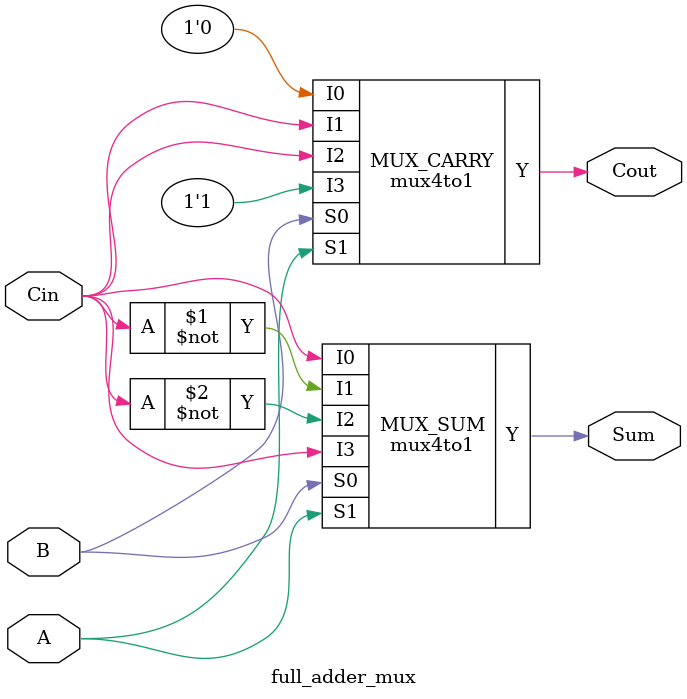
<source format=v>
module mux4to1 (
    input I0, I1, I2, I3,   // Data inputs
    input S0, S1,            // Select lines
    output Y                 // Output
);
    assign Y = (S1 == 0 && S0 == 0) ? I0 :
               (S1 == 0 && S0 == 1) ? I1 :
               (S1 == 1 && S0 == 0) ? I2 :
                                      I3;
endmodule


// Full Adder using two 4:1 MUX
module full_adder_mux (
    input A, B, Cin,
    output Sum, Cout
);

    // SUM MUX connections
    // AB = 00 → Cin
    // AB = 01 → ~Cin
    // AB = 10 → ~Cin
    // AB = 11 → Cin
    mux4to1 MUX_SUM (
        .I0(Cin),
        .I1(~Cin),
        .I2(~Cin),
        .I3(Cin),
        .S0(B),
        .S1(A),
        .Y(Sum)
    );

    // CARRY MUX connections
    // AB = 00 → 0
    // AB = 01 → Cin
    // AB = 10 → Cin
    // AB = 11 → 1
    mux4to1 MUX_CARRY (
        .I0(1'b0),
        .I1(Cin),
        .I2(Cin),
        .I3(1'b1),
        .S0(B),
        .S1(A),
        .Y(Cout)
    );

endmodule

</source>
